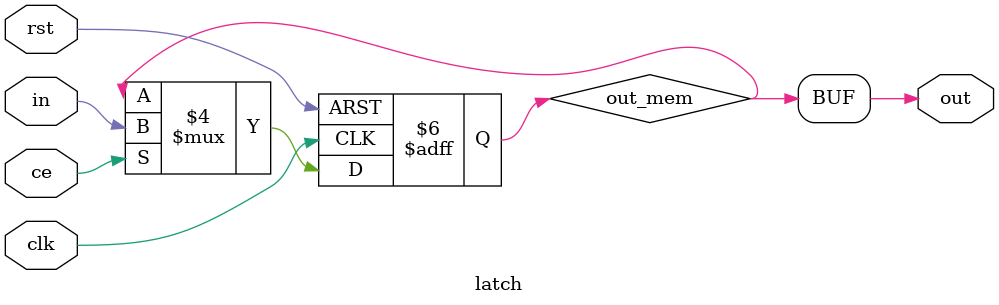
<source format=v>
`timescale 1ns / 1ps
module latch #(
		parameter WIDTH = 1
	)(
		input 					ce,
		input 					rst,
		input 					clk,
		input  [WIDTH - 1:0] 	in,
		output [WIDTH - 1:0] 	out
    );
	reg [WIDTH - 1:0] out_mem = 0;
	assign out = out_mem;
	
	always@(posedge clk or posedge rst)
	begin
		if(rst)	out_mem <= 0;
		else
			if(ce)	out_mem <= in;
			else	out_mem <= out_mem;
	end
endmodule

</source>
